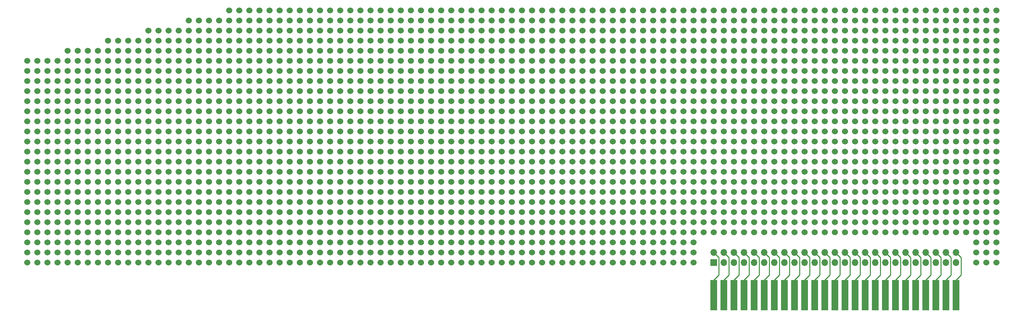
<source format=gbl>
G04 #@! TF.FileFunction,Copper,L2,Bot,Signal*
%FSLAX46Y46*%
G04 Gerber Fmt 4.6, Leading zero omitted, Abs format (unit mm)*
G04 Created by KiCad (PCBNEW 4.0.7) date 08/21/19 17:34:07*
%MOMM*%
%LPD*%
G01*
G04 APERTURE LIST*
%ADD10C,0.100000*%
%ADD11C,1.524000*%
%ADD12R,1.778000X7.620000*%
%ADD13R,1.700000X1.700000*%
%ADD14O,1.700000X1.700000*%
%ADD15C,0.250000*%
G04 APERTURE END LIST*
D10*
D11*
X174625000Y-128905000D03*
X174625000Y-126365000D03*
X174625000Y-123825000D03*
X174625000Y-121285000D03*
X174625000Y-118745000D03*
X174625000Y-116205000D03*
X174625000Y-113665000D03*
X174625000Y-111125000D03*
X174625000Y-108585000D03*
X174625000Y-106045000D03*
X174625000Y-103505000D03*
X174625000Y-100965000D03*
X174625000Y-98425000D03*
X174625000Y-95885000D03*
X174625000Y-93345000D03*
X174625000Y-90805000D03*
X174625000Y-88265000D03*
X174625000Y-85725000D03*
X174625000Y-83185000D03*
X174625000Y-80645000D03*
X174625000Y-78105000D03*
X174625000Y-75565000D03*
X174625000Y-73025000D03*
X174625000Y-70485000D03*
X174625000Y-67945000D03*
X174625000Y-65405000D03*
X179705000Y-128905000D03*
X179705000Y-126365000D03*
X179705000Y-123825000D03*
X179705000Y-121285000D03*
X179705000Y-118745000D03*
X179705000Y-116205000D03*
X179705000Y-113665000D03*
X179705000Y-111125000D03*
X179705000Y-108585000D03*
X179705000Y-106045000D03*
X179705000Y-103505000D03*
X179705000Y-100965000D03*
X179705000Y-98425000D03*
X179705000Y-95885000D03*
X179705000Y-93345000D03*
X179705000Y-90805000D03*
X179705000Y-88265000D03*
X179705000Y-85725000D03*
X179705000Y-83185000D03*
X179705000Y-80645000D03*
X179705000Y-78105000D03*
X179705000Y-75565000D03*
X179705000Y-73025000D03*
X179705000Y-70485000D03*
X179705000Y-67945000D03*
X179705000Y-65405000D03*
X182245000Y-128905000D03*
X182245000Y-126365000D03*
X182245000Y-123825000D03*
X182245000Y-121285000D03*
X182245000Y-118745000D03*
X182245000Y-116205000D03*
X182245000Y-113665000D03*
X182245000Y-111125000D03*
X182245000Y-108585000D03*
X182245000Y-106045000D03*
X182245000Y-103505000D03*
X182245000Y-100965000D03*
X182245000Y-98425000D03*
X182245000Y-95885000D03*
X182245000Y-93345000D03*
X182245000Y-90805000D03*
X182245000Y-88265000D03*
X182245000Y-85725000D03*
X182245000Y-83185000D03*
X182245000Y-80645000D03*
X182245000Y-78105000D03*
X182245000Y-75565000D03*
X182245000Y-73025000D03*
X182245000Y-70485000D03*
X182245000Y-67945000D03*
X182245000Y-65405000D03*
X177165000Y-128905000D03*
X177165000Y-126365000D03*
X177165000Y-123825000D03*
X177165000Y-121285000D03*
X177165000Y-118745000D03*
X177165000Y-116205000D03*
X177165000Y-113665000D03*
X177165000Y-111125000D03*
X177165000Y-108585000D03*
X177165000Y-106045000D03*
X177165000Y-103505000D03*
X177165000Y-100965000D03*
X177165000Y-98425000D03*
X177165000Y-95885000D03*
X177165000Y-93345000D03*
X177165000Y-90805000D03*
X177165000Y-88265000D03*
X177165000Y-85725000D03*
X177165000Y-83185000D03*
X177165000Y-80645000D03*
X177165000Y-78105000D03*
X177165000Y-75565000D03*
X177165000Y-73025000D03*
X177165000Y-70485000D03*
X177165000Y-67945000D03*
X177165000Y-65405000D03*
X184785000Y-128905000D03*
X184785000Y-126365000D03*
X184785000Y-123825000D03*
X184785000Y-121285000D03*
X184785000Y-118745000D03*
X184785000Y-116205000D03*
X184785000Y-113665000D03*
X184785000Y-111125000D03*
X184785000Y-108585000D03*
X184785000Y-106045000D03*
X184785000Y-103505000D03*
X184785000Y-100965000D03*
X184785000Y-98425000D03*
X184785000Y-95885000D03*
X184785000Y-93345000D03*
X184785000Y-90805000D03*
X184785000Y-88265000D03*
X184785000Y-85725000D03*
X184785000Y-83185000D03*
X184785000Y-80645000D03*
X184785000Y-78105000D03*
X184785000Y-75565000D03*
X184785000Y-73025000D03*
X184785000Y-70485000D03*
X184785000Y-67945000D03*
X184785000Y-65405000D03*
X187325000Y-128905000D03*
X187325000Y-126365000D03*
X187325000Y-123825000D03*
X187325000Y-121285000D03*
X187325000Y-118745000D03*
X187325000Y-116205000D03*
X187325000Y-113665000D03*
X187325000Y-111125000D03*
X187325000Y-108585000D03*
X187325000Y-106045000D03*
X187325000Y-103505000D03*
X187325000Y-100965000D03*
X187325000Y-98425000D03*
X187325000Y-95885000D03*
X187325000Y-93345000D03*
X187325000Y-90805000D03*
X187325000Y-88265000D03*
X187325000Y-85725000D03*
X187325000Y-83185000D03*
X187325000Y-80645000D03*
X187325000Y-78105000D03*
X187325000Y-75565000D03*
X187325000Y-73025000D03*
X187325000Y-70485000D03*
X187325000Y-67945000D03*
X187325000Y-65405000D03*
X189865000Y-128905000D03*
X189865000Y-126365000D03*
X189865000Y-123825000D03*
X189865000Y-121285000D03*
X189865000Y-118745000D03*
X189865000Y-116205000D03*
X189865000Y-113665000D03*
X189865000Y-111125000D03*
X189865000Y-108585000D03*
X189865000Y-106045000D03*
X189865000Y-103505000D03*
X189865000Y-100965000D03*
X189865000Y-98425000D03*
X189865000Y-95885000D03*
X189865000Y-93345000D03*
X189865000Y-90805000D03*
X189865000Y-88265000D03*
X189865000Y-85725000D03*
X189865000Y-83185000D03*
X189865000Y-80645000D03*
X189865000Y-78105000D03*
X189865000Y-75565000D03*
X189865000Y-73025000D03*
X189865000Y-70485000D03*
X189865000Y-67945000D03*
X189865000Y-65405000D03*
X192405000Y-128905000D03*
X192405000Y-126365000D03*
X192405000Y-123825000D03*
X192405000Y-121285000D03*
X192405000Y-118745000D03*
X192405000Y-116205000D03*
X192405000Y-113665000D03*
X192405000Y-111125000D03*
X192405000Y-108585000D03*
X192405000Y-106045000D03*
X192405000Y-103505000D03*
X192405000Y-100965000D03*
X192405000Y-98425000D03*
X192405000Y-95885000D03*
X192405000Y-93345000D03*
X192405000Y-90805000D03*
X192405000Y-88265000D03*
X192405000Y-85725000D03*
X192405000Y-83185000D03*
X192405000Y-80645000D03*
X192405000Y-78105000D03*
X192405000Y-75565000D03*
X192405000Y-73025000D03*
X192405000Y-70485000D03*
X192405000Y-67945000D03*
X192405000Y-65405000D03*
X194945000Y-121285000D03*
X194945000Y-118745000D03*
X194945000Y-116205000D03*
X194945000Y-113665000D03*
X194945000Y-111125000D03*
X194945000Y-108585000D03*
X194945000Y-106045000D03*
X194945000Y-103505000D03*
X194945000Y-100965000D03*
X194945000Y-98425000D03*
X194945000Y-95885000D03*
X194945000Y-93345000D03*
X194945000Y-90805000D03*
X194945000Y-88265000D03*
X194945000Y-85725000D03*
X194945000Y-83185000D03*
X194945000Y-80645000D03*
X194945000Y-78105000D03*
X194945000Y-75565000D03*
X194945000Y-73025000D03*
X194945000Y-70485000D03*
X194945000Y-67945000D03*
X194945000Y-65405000D03*
X197485000Y-121285000D03*
X197485000Y-118745000D03*
X197485000Y-116205000D03*
X197485000Y-113665000D03*
X197485000Y-111125000D03*
X197485000Y-108585000D03*
X197485000Y-106045000D03*
X197485000Y-103505000D03*
X197485000Y-100965000D03*
X197485000Y-98425000D03*
X197485000Y-95885000D03*
X197485000Y-93345000D03*
X197485000Y-90805000D03*
X197485000Y-88265000D03*
X197485000Y-85725000D03*
X197485000Y-83185000D03*
X197485000Y-80645000D03*
X197485000Y-78105000D03*
X197485000Y-75565000D03*
X197485000Y-73025000D03*
X197485000Y-70485000D03*
X197485000Y-67945000D03*
X197485000Y-65405000D03*
X200025000Y-121285000D03*
X200025000Y-118745000D03*
X200025000Y-116205000D03*
X200025000Y-113665000D03*
X200025000Y-111125000D03*
X200025000Y-108585000D03*
X200025000Y-106045000D03*
X200025000Y-103505000D03*
X200025000Y-100965000D03*
X200025000Y-98425000D03*
X200025000Y-95885000D03*
X200025000Y-93345000D03*
X200025000Y-90805000D03*
X200025000Y-88265000D03*
X200025000Y-85725000D03*
X200025000Y-83185000D03*
X200025000Y-80645000D03*
X200025000Y-78105000D03*
X200025000Y-75565000D03*
X200025000Y-73025000D03*
X200025000Y-70485000D03*
X200025000Y-67945000D03*
X200025000Y-65405000D03*
X202565000Y-121285000D03*
X202565000Y-118745000D03*
X202565000Y-116205000D03*
X202565000Y-113665000D03*
X202565000Y-111125000D03*
X202565000Y-108585000D03*
X202565000Y-106045000D03*
X202565000Y-103505000D03*
X202565000Y-100965000D03*
X202565000Y-98425000D03*
X202565000Y-95885000D03*
X202565000Y-93345000D03*
X202565000Y-90805000D03*
X202565000Y-88265000D03*
X202565000Y-85725000D03*
X202565000Y-83185000D03*
X202565000Y-80645000D03*
X202565000Y-78105000D03*
X202565000Y-75565000D03*
X202565000Y-73025000D03*
X202565000Y-70485000D03*
X202565000Y-67945000D03*
X202565000Y-65405000D03*
X205105000Y-121285000D03*
X205105000Y-118745000D03*
X205105000Y-116205000D03*
X205105000Y-113665000D03*
X205105000Y-111125000D03*
X205105000Y-108585000D03*
X205105000Y-106045000D03*
X205105000Y-103505000D03*
X205105000Y-100965000D03*
X205105000Y-98425000D03*
X205105000Y-95885000D03*
X205105000Y-93345000D03*
X205105000Y-90805000D03*
X205105000Y-88265000D03*
X205105000Y-85725000D03*
X205105000Y-83185000D03*
X205105000Y-80645000D03*
X205105000Y-78105000D03*
X205105000Y-75565000D03*
X205105000Y-73025000D03*
X205105000Y-70485000D03*
X205105000Y-67945000D03*
X205105000Y-65405000D03*
X207645000Y-121285000D03*
X207645000Y-118745000D03*
X207645000Y-116205000D03*
X207645000Y-113665000D03*
X207645000Y-111125000D03*
X207645000Y-108585000D03*
X207645000Y-106045000D03*
X207645000Y-103505000D03*
X207645000Y-100965000D03*
X207645000Y-98425000D03*
X207645000Y-95885000D03*
X207645000Y-93345000D03*
X207645000Y-90805000D03*
X207645000Y-88265000D03*
X207645000Y-85725000D03*
X207645000Y-83185000D03*
X207645000Y-80645000D03*
X207645000Y-78105000D03*
X207645000Y-75565000D03*
X207645000Y-73025000D03*
X207645000Y-70485000D03*
X207645000Y-67945000D03*
X207645000Y-65405000D03*
X210185000Y-121285000D03*
X210185000Y-118745000D03*
X210185000Y-116205000D03*
X210185000Y-113665000D03*
X210185000Y-111125000D03*
X210185000Y-108585000D03*
X210185000Y-106045000D03*
X210185000Y-103505000D03*
X210185000Y-100965000D03*
X210185000Y-98425000D03*
X210185000Y-95885000D03*
X210185000Y-93345000D03*
X210185000Y-90805000D03*
X210185000Y-88265000D03*
X210185000Y-85725000D03*
X210185000Y-83185000D03*
X210185000Y-80645000D03*
X210185000Y-78105000D03*
X210185000Y-75565000D03*
X210185000Y-73025000D03*
X210185000Y-70485000D03*
X210185000Y-67945000D03*
X210185000Y-65405000D03*
X212725000Y-121285000D03*
X212725000Y-118745000D03*
X212725000Y-116205000D03*
X212725000Y-113665000D03*
X212725000Y-111125000D03*
X212725000Y-108585000D03*
X212725000Y-106045000D03*
X212725000Y-103505000D03*
X212725000Y-100965000D03*
X212725000Y-98425000D03*
X212725000Y-95885000D03*
X212725000Y-93345000D03*
X212725000Y-90805000D03*
X212725000Y-88265000D03*
X212725000Y-85725000D03*
X212725000Y-83185000D03*
X212725000Y-80645000D03*
X212725000Y-78105000D03*
X212725000Y-75565000D03*
X212725000Y-73025000D03*
X212725000Y-70485000D03*
X212725000Y-67945000D03*
X212725000Y-65405000D03*
X215265000Y-121285000D03*
X215265000Y-118745000D03*
X215265000Y-116205000D03*
X215265000Y-113665000D03*
X215265000Y-111125000D03*
X215265000Y-108585000D03*
X215265000Y-106045000D03*
X215265000Y-103505000D03*
X215265000Y-100965000D03*
X215265000Y-98425000D03*
X215265000Y-95885000D03*
X215265000Y-93345000D03*
X215265000Y-90805000D03*
X215265000Y-88265000D03*
X215265000Y-85725000D03*
X215265000Y-83185000D03*
X215265000Y-80645000D03*
X215265000Y-78105000D03*
X215265000Y-75565000D03*
X215265000Y-73025000D03*
X215265000Y-70485000D03*
X215265000Y-67945000D03*
X215265000Y-65405000D03*
X217805000Y-121285000D03*
X217805000Y-118745000D03*
X217805000Y-116205000D03*
X217805000Y-113665000D03*
X217805000Y-111125000D03*
X217805000Y-108585000D03*
X217805000Y-106045000D03*
X217805000Y-103505000D03*
X217805000Y-100965000D03*
X217805000Y-98425000D03*
X217805000Y-95885000D03*
X217805000Y-93345000D03*
X217805000Y-90805000D03*
X217805000Y-88265000D03*
X217805000Y-85725000D03*
X217805000Y-83185000D03*
X217805000Y-80645000D03*
X217805000Y-78105000D03*
X217805000Y-75565000D03*
X217805000Y-73025000D03*
X217805000Y-70485000D03*
X217805000Y-67945000D03*
X217805000Y-65405000D03*
X220345000Y-121285000D03*
X220345000Y-118745000D03*
X220345000Y-116205000D03*
X220345000Y-113665000D03*
X220345000Y-111125000D03*
X220345000Y-108585000D03*
X220345000Y-106045000D03*
X220345000Y-103505000D03*
X220345000Y-100965000D03*
X220345000Y-98425000D03*
X220345000Y-95885000D03*
X220345000Y-93345000D03*
X220345000Y-90805000D03*
X220345000Y-88265000D03*
X220345000Y-85725000D03*
X220345000Y-83185000D03*
X220345000Y-80645000D03*
X220345000Y-78105000D03*
X220345000Y-75565000D03*
X220345000Y-73025000D03*
X220345000Y-70485000D03*
X220345000Y-67945000D03*
X220345000Y-65405000D03*
X222885000Y-121285000D03*
X222885000Y-118745000D03*
X222885000Y-116205000D03*
X222885000Y-113665000D03*
X222885000Y-111125000D03*
X222885000Y-108585000D03*
X222885000Y-106045000D03*
X222885000Y-103505000D03*
X222885000Y-100965000D03*
X222885000Y-98425000D03*
X222885000Y-95885000D03*
X222885000Y-93345000D03*
X222885000Y-90805000D03*
X222885000Y-88265000D03*
X222885000Y-85725000D03*
X222885000Y-83185000D03*
X222885000Y-80645000D03*
X222885000Y-78105000D03*
X222885000Y-75565000D03*
X222885000Y-73025000D03*
X222885000Y-70485000D03*
X222885000Y-67945000D03*
X222885000Y-65405000D03*
X225425000Y-121285000D03*
X225425000Y-118745000D03*
X225425000Y-116205000D03*
X225425000Y-113665000D03*
X225425000Y-111125000D03*
X225425000Y-108585000D03*
X225425000Y-106045000D03*
X225425000Y-103505000D03*
X225425000Y-100965000D03*
X225425000Y-98425000D03*
X225425000Y-95885000D03*
X225425000Y-93345000D03*
X225425000Y-90805000D03*
X225425000Y-88265000D03*
X225425000Y-85725000D03*
X225425000Y-83185000D03*
X225425000Y-80645000D03*
X225425000Y-78105000D03*
X225425000Y-75565000D03*
X225425000Y-73025000D03*
X225425000Y-70485000D03*
X225425000Y-67945000D03*
X225425000Y-65405000D03*
X227965000Y-121285000D03*
X227965000Y-118745000D03*
X227965000Y-116205000D03*
X227965000Y-113665000D03*
X227965000Y-111125000D03*
X227965000Y-108585000D03*
X227965000Y-106045000D03*
X227965000Y-103505000D03*
X227965000Y-100965000D03*
X227965000Y-98425000D03*
X227965000Y-95885000D03*
X227965000Y-93345000D03*
X227965000Y-90805000D03*
X227965000Y-88265000D03*
X227965000Y-85725000D03*
X227965000Y-83185000D03*
X227965000Y-80645000D03*
X227965000Y-78105000D03*
X227965000Y-75565000D03*
X227965000Y-73025000D03*
X227965000Y-70485000D03*
X227965000Y-67945000D03*
X227965000Y-65405000D03*
X230505000Y-121285000D03*
X230505000Y-118745000D03*
X230505000Y-116205000D03*
X230505000Y-113665000D03*
X230505000Y-111125000D03*
X230505000Y-108585000D03*
X230505000Y-106045000D03*
X230505000Y-103505000D03*
X230505000Y-100965000D03*
X230505000Y-98425000D03*
X230505000Y-95885000D03*
X230505000Y-93345000D03*
X230505000Y-90805000D03*
X230505000Y-88265000D03*
X230505000Y-85725000D03*
X230505000Y-83185000D03*
X230505000Y-80645000D03*
X230505000Y-78105000D03*
X230505000Y-75565000D03*
X230505000Y-73025000D03*
X230505000Y-70485000D03*
X230505000Y-67945000D03*
X230505000Y-65405000D03*
X233045000Y-121285000D03*
X233045000Y-118745000D03*
X233045000Y-116205000D03*
X233045000Y-113665000D03*
X233045000Y-111125000D03*
X233045000Y-108585000D03*
X233045000Y-106045000D03*
X233045000Y-103505000D03*
X233045000Y-100965000D03*
X233045000Y-98425000D03*
X233045000Y-95885000D03*
X233045000Y-93345000D03*
X233045000Y-90805000D03*
X233045000Y-88265000D03*
X233045000Y-85725000D03*
X233045000Y-83185000D03*
X233045000Y-80645000D03*
X233045000Y-78105000D03*
X233045000Y-75565000D03*
X233045000Y-73025000D03*
X233045000Y-70485000D03*
X233045000Y-67945000D03*
X233045000Y-65405000D03*
X235585000Y-121285000D03*
X235585000Y-118745000D03*
X235585000Y-116205000D03*
X235585000Y-113665000D03*
X235585000Y-111125000D03*
X235585000Y-108585000D03*
X235585000Y-106045000D03*
X235585000Y-103505000D03*
X235585000Y-100965000D03*
X235585000Y-98425000D03*
X235585000Y-95885000D03*
X235585000Y-93345000D03*
X235585000Y-90805000D03*
X235585000Y-88265000D03*
X235585000Y-85725000D03*
X235585000Y-83185000D03*
X235585000Y-80645000D03*
X235585000Y-78105000D03*
X235585000Y-75565000D03*
X235585000Y-73025000D03*
X235585000Y-70485000D03*
X235585000Y-67945000D03*
X235585000Y-65405000D03*
X238125000Y-121285000D03*
X238125000Y-118745000D03*
X238125000Y-116205000D03*
X238125000Y-113665000D03*
X238125000Y-111125000D03*
X238125000Y-108585000D03*
X238125000Y-106045000D03*
X238125000Y-103505000D03*
X238125000Y-100965000D03*
X238125000Y-98425000D03*
X238125000Y-95885000D03*
X238125000Y-93345000D03*
X238125000Y-90805000D03*
X238125000Y-88265000D03*
X238125000Y-85725000D03*
X238125000Y-83185000D03*
X238125000Y-80645000D03*
X238125000Y-78105000D03*
X238125000Y-75565000D03*
X238125000Y-73025000D03*
X238125000Y-70485000D03*
X238125000Y-67945000D03*
X238125000Y-65405000D03*
X240665000Y-121285000D03*
X240665000Y-118745000D03*
X240665000Y-116205000D03*
X240665000Y-113665000D03*
X240665000Y-111125000D03*
X240665000Y-108585000D03*
X240665000Y-106045000D03*
X240665000Y-103505000D03*
X240665000Y-100965000D03*
X240665000Y-98425000D03*
X240665000Y-95885000D03*
X240665000Y-93345000D03*
X240665000Y-90805000D03*
X240665000Y-88265000D03*
X240665000Y-85725000D03*
X240665000Y-83185000D03*
X240665000Y-80645000D03*
X240665000Y-78105000D03*
X240665000Y-75565000D03*
X240665000Y-73025000D03*
X240665000Y-70485000D03*
X240665000Y-67945000D03*
X240665000Y-65405000D03*
X243205000Y-121285000D03*
X243205000Y-118745000D03*
X243205000Y-116205000D03*
X243205000Y-113665000D03*
X243205000Y-111125000D03*
X243205000Y-108585000D03*
X243205000Y-106045000D03*
X243205000Y-103505000D03*
X243205000Y-100965000D03*
X243205000Y-98425000D03*
X243205000Y-95885000D03*
X243205000Y-93345000D03*
X243205000Y-90805000D03*
X243205000Y-88265000D03*
X243205000Y-85725000D03*
X243205000Y-83185000D03*
X243205000Y-80645000D03*
X243205000Y-78105000D03*
X243205000Y-75565000D03*
X243205000Y-73025000D03*
X243205000Y-70485000D03*
X243205000Y-67945000D03*
X243205000Y-65405000D03*
X245745000Y-121285000D03*
X245745000Y-118745000D03*
X245745000Y-116205000D03*
X245745000Y-113665000D03*
X245745000Y-111125000D03*
X245745000Y-108585000D03*
X245745000Y-106045000D03*
X245745000Y-103505000D03*
X245745000Y-100965000D03*
X245745000Y-98425000D03*
X245745000Y-95885000D03*
X245745000Y-93345000D03*
X245745000Y-90805000D03*
X245745000Y-88265000D03*
X245745000Y-85725000D03*
X245745000Y-83185000D03*
X245745000Y-80645000D03*
X245745000Y-78105000D03*
X245745000Y-75565000D03*
X245745000Y-73025000D03*
X245745000Y-70485000D03*
X245745000Y-67945000D03*
X245745000Y-65405000D03*
X248285000Y-121285000D03*
X248285000Y-118745000D03*
X248285000Y-116205000D03*
X248285000Y-113665000D03*
X248285000Y-111125000D03*
X248285000Y-108585000D03*
X248285000Y-106045000D03*
X248285000Y-103505000D03*
X248285000Y-100965000D03*
X248285000Y-98425000D03*
X248285000Y-95885000D03*
X248285000Y-93345000D03*
X248285000Y-90805000D03*
X248285000Y-88265000D03*
X248285000Y-85725000D03*
X248285000Y-83185000D03*
X248285000Y-80645000D03*
X248285000Y-78105000D03*
X248285000Y-75565000D03*
X248285000Y-73025000D03*
X248285000Y-70485000D03*
X248285000Y-67945000D03*
X248285000Y-65405000D03*
X250825000Y-121285000D03*
X250825000Y-118745000D03*
X250825000Y-116205000D03*
X250825000Y-113665000D03*
X250825000Y-111125000D03*
X250825000Y-108585000D03*
X250825000Y-106045000D03*
X250825000Y-103505000D03*
X250825000Y-100965000D03*
X250825000Y-98425000D03*
X250825000Y-95885000D03*
X250825000Y-93345000D03*
X250825000Y-90805000D03*
X250825000Y-88265000D03*
X250825000Y-85725000D03*
X250825000Y-83185000D03*
X250825000Y-80645000D03*
X250825000Y-78105000D03*
X250825000Y-75565000D03*
X250825000Y-73025000D03*
X250825000Y-70485000D03*
X250825000Y-67945000D03*
X250825000Y-65405000D03*
X253365000Y-121285000D03*
X253365000Y-118745000D03*
X253365000Y-116205000D03*
X253365000Y-113665000D03*
X253365000Y-111125000D03*
X253365000Y-108585000D03*
X253365000Y-106045000D03*
X253365000Y-103505000D03*
X253365000Y-100965000D03*
X253365000Y-98425000D03*
X253365000Y-95885000D03*
X253365000Y-93345000D03*
X253365000Y-90805000D03*
X253365000Y-88265000D03*
X253365000Y-85725000D03*
X253365000Y-83185000D03*
X253365000Y-80645000D03*
X253365000Y-78105000D03*
X253365000Y-75565000D03*
X253365000Y-73025000D03*
X253365000Y-70485000D03*
X253365000Y-67945000D03*
X253365000Y-65405000D03*
X255905000Y-121285000D03*
X255905000Y-118745000D03*
X255905000Y-116205000D03*
X255905000Y-113665000D03*
X255905000Y-111125000D03*
X255905000Y-108585000D03*
X255905000Y-106045000D03*
X255905000Y-103505000D03*
X255905000Y-100965000D03*
X255905000Y-98425000D03*
X255905000Y-95885000D03*
X255905000Y-93345000D03*
X255905000Y-90805000D03*
X255905000Y-88265000D03*
X255905000Y-85725000D03*
X255905000Y-83185000D03*
X255905000Y-80645000D03*
X255905000Y-78105000D03*
X255905000Y-75565000D03*
X255905000Y-73025000D03*
X255905000Y-70485000D03*
X255905000Y-67945000D03*
X255905000Y-65405000D03*
X258445000Y-121285000D03*
X258445000Y-118745000D03*
X258445000Y-116205000D03*
X258445000Y-113665000D03*
X258445000Y-111125000D03*
X258445000Y-108585000D03*
X258445000Y-106045000D03*
X258445000Y-103505000D03*
X258445000Y-100965000D03*
X258445000Y-98425000D03*
X258445000Y-95885000D03*
X258445000Y-93345000D03*
X258445000Y-90805000D03*
X258445000Y-88265000D03*
X258445000Y-85725000D03*
X258445000Y-83185000D03*
X258445000Y-80645000D03*
X258445000Y-78105000D03*
X258445000Y-75565000D03*
X258445000Y-73025000D03*
X258445000Y-70485000D03*
X258445000Y-67945000D03*
X258445000Y-65405000D03*
X260985000Y-121285000D03*
X260985000Y-118745000D03*
X260985000Y-116205000D03*
X260985000Y-113665000D03*
X260985000Y-111125000D03*
X260985000Y-108585000D03*
X260985000Y-106045000D03*
X260985000Y-103505000D03*
X260985000Y-100965000D03*
X260985000Y-98425000D03*
X260985000Y-95885000D03*
X260985000Y-93345000D03*
X260985000Y-90805000D03*
X260985000Y-88265000D03*
X260985000Y-85725000D03*
X260985000Y-83185000D03*
X260985000Y-80645000D03*
X260985000Y-78105000D03*
X260985000Y-75565000D03*
X260985000Y-73025000D03*
X260985000Y-70485000D03*
X260985000Y-67945000D03*
X260985000Y-65405000D03*
X263525000Y-128905000D03*
X263525000Y-126365000D03*
X263525000Y-123825000D03*
X263525000Y-121285000D03*
X263525000Y-118745000D03*
X263525000Y-116205000D03*
X263525000Y-113665000D03*
X263525000Y-111125000D03*
X263525000Y-108585000D03*
X263525000Y-106045000D03*
X263525000Y-103505000D03*
X263525000Y-100965000D03*
X263525000Y-98425000D03*
X263525000Y-95885000D03*
X263525000Y-93345000D03*
X263525000Y-90805000D03*
X263525000Y-88265000D03*
X263525000Y-85725000D03*
X263525000Y-83185000D03*
X263525000Y-80645000D03*
X263525000Y-78105000D03*
X263525000Y-75565000D03*
X263525000Y-73025000D03*
X263525000Y-70485000D03*
X263525000Y-67945000D03*
X263525000Y-65405000D03*
X266065000Y-128905000D03*
X266065000Y-126365000D03*
X266065000Y-123825000D03*
X266065000Y-121285000D03*
X266065000Y-118745000D03*
X266065000Y-116205000D03*
X266065000Y-113665000D03*
X266065000Y-111125000D03*
X266065000Y-108585000D03*
X266065000Y-106045000D03*
X266065000Y-103505000D03*
X266065000Y-100965000D03*
X266065000Y-98425000D03*
X266065000Y-95885000D03*
X266065000Y-93345000D03*
X266065000Y-90805000D03*
X266065000Y-88265000D03*
X266065000Y-85725000D03*
X266065000Y-83185000D03*
X266065000Y-80645000D03*
X266065000Y-78105000D03*
X266065000Y-75565000D03*
X266065000Y-73025000D03*
X266065000Y-70485000D03*
X266065000Y-67945000D03*
X266065000Y-65405000D03*
X268605000Y-128905000D03*
X268605000Y-126365000D03*
X268605000Y-123825000D03*
X268605000Y-121285000D03*
X268605000Y-118745000D03*
X268605000Y-116205000D03*
X268605000Y-113665000D03*
X268605000Y-111125000D03*
X268605000Y-108585000D03*
X268605000Y-106045000D03*
X268605000Y-103505000D03*
X268605000Y-100965000D03*
X268605000Y-98425000D03*
X268605000Y-95885000D03*
X268605000Y-93345000D03*
X268605000Y-90805000D03*
X268605000Y-88265000D03*
X268605000Y-85725000D03*
X268605000Y-83185000D03*
X268605000Y-80645000D03*
X268605000Y-78105000D03*
X268605000Y-75565000D03*
X268605000Y-73025000D03*
X268605000Y-70485000D03*
X268605000Y-67945000D03*
X268605000Y-65405000D03*
D12*
X197485000Y-137160000D03*
X200025000Y-137160000D03*
X202565000Y-137160000D03*
X205105000Y-137160000D03*
X207645000Y-137160000D03*
X210185000Y-137160000D03*
X212725000Y-137160000D03*
X215265000Y-137160000D03*
X217805000Y-137160000D03*
X220345000Y-137160000D03*
X222885000Y-137160000D03*
X225425000Y-137160000D03*
X227965000Y-137160000D03*
X230505000Y-137160000D03*
X233045000Y-137160000D03*
X235585000Y-137160000D03*
X238125000Y-137160000D03*
X240665000Y-137160000D03*
X243205000Y-137160000D03*
X245745000Y-137160000D03*
X248285000Y-137160000D03*
X250825000Y-137160000D03*
X253365000Y-137160000D03*
X255905000Y-137160000D03*
X258445000Y-137160000D03*
D11*
X172085000Y-128905000D03*
X172085000Y-126365000D03*
X172085000Y-123825000D03*
X172085000Y-121285000D03*
X172085000Y-118745000D03*
X172085000Y-116205000D03*
X172085000Y-113665000D03*
X172085000Y-111125000D03*
X172085000Y-108585000D03*
X172085000Y-106045000D03*
X172085000Y-103505000D03*
X172085000Y-100965000D03*
X172085000Y-98425000D03*
X172085000Y-95885000D03*
X172085000Y-93345000D03*
X172085000Y-90805000D03*
X172085000Y-88265000D03*
X172085000Y-85725000D03*
X172085000Y-83185000D03*
X172085000Y-80645000D03*
X172085000Y-78105000D03*
X172085000Y-75565000D03*
X172085000Y-73025000D03*
X172085000Y-70485000D03*
X172085000Y-67945000D03*
X172085000Y-65405000D03*
X169545000Y-128905000D03*
X169545000Y-126365000D03*
X169545000Y-123825000D03*
X169545000Y-121285000D03*
X169545000Y-118745000D03*
X169545000Y-116205000D03*
X169545000Y-113665000D03*
X169545000Y-111125000D03*
X169545000Y-108585000D03*
X169545000Y-106045000D03*
X169545000Y-103505000D03*
X169545000Y-100965000D03*
X169545000Y-98425000D03*
X169545000Y-95885000D03*
X169545000Y-93345000D03*
X169545000Y-90805000D03*
X169545000Y-88265000D03*
X169545000Y-85725000D03*
X169545000Y-83185000D03*
X169545000Y-80645000D03*
X169545000Y-78105000D03*
X169545000Y-75565000D03*
X169545000Y-73025000D03*
X169545000Y-70485000D03*
X169545000Y-67945000D03*
X169545000Y-65405000D03*
X167005000Y-128905000D03*
X167005000Y-126365000D03*
X167005000Y-123825000D03*
X167005000Y-121285000D03*
X167005000Y-118745000D03*
X167005000Y-116205000D03*
X167005000Y-113665000D03*
X167005000Y-111125000D03*
X167005000Y-108585000D03*
X167005000Y-106045000D03*
X167005000Y-103505000D03*
X167005000Y-100965000D03*
X167005000Y-98425000D03*
X167005000Y-95885000D03*
X167005000Y-93345000D03*
X167005000Y-90805000D03*
X167005000Y-88265000D03*
X167005000Y-85725000D03*
X167005000Y-83185000D03*
X167005000Y-80645000D03*
X167005000Y-78105000D03*
X167005000Y-75565000D03*
X167005000Y-73025000D03*
X167005000Y-70485000D03*
X167005000Y-67945000D03*
X167005000Y-65405000D03*
X164465000Y-128905000D03*
X164465000Y-126365000D03*
X164465000Y-123825000D03*
X164465000Y-121285000D03*
X164465000Y-118745000D03*
X164465000Y-116205000D03*
X164465000Y-113665000D03*
X164465000Y-111125000D03*
X164465000Y-108585000D03*
X164465000Y-106045000D03*
X164465000Y-103505000D03*
X164465000Y-100965000D03*
X164465000Y-98425000D03*
X164465000Y-95885000D03*
X164465000Y-93345000D03*
X164465000Y-90805000D03*
X164465000Y-88265000D03*
X164465000Y-85725000D03*
X164465000Y-83185000D03*
X164465000Y-80645000D03*
X164465000Y-78105000D03*
X164465000Y-75565000D03*
X164465000Y-73025000D03*
X164465000Y-70485000D03*
X164465000Y-67945000D03*
X164465000Y-65405000D03*
X161925000Y-128905000D03*
X161925000Y-126365000D03*
X161925000Y-123825000D03*
X161925000Y-121285000D03*
X161925000Y-118745000D03*
X161925000Y-116205000D03*
X161925000Y-113665000D03*
X161925000Y-111125000D03*
X161925000Y-108585000D03*
X161925000Y-106045000D03*
X161925000Y-103505000D03*
X161925000Y-100965000D03*
X161925000Y-98425000D03*
X161925000Y-95885000D03*
X161925000Y-93345000D03*
X161925000Y-90805000D03*
X161925000Y-88265000D03*
X161925000Y-85725000D03*
X161925000Y-83185000D03*
X161925000Y-80645000D03*
X161925000Y-78105000D03*
X161925000Y-75565000D03*
X161925000Y-73025000D03*
X161925000Y-70485000D03*
X161925000Y-67945000D03*
X161925000Y-65405000D03*
X159385000Y-128905000D03*
X159385000Y-126365000D03*
X159385000Y-123825000D03*
X159385000Y-121285000D03*
X159385000Y-118745000D03*
X159385000Y-116205000D03*
X159385000Y-113665000D03*
X159385000Y-111125000D03*
X159385000Y-108585000D03*
X159385000Y-106045000D03*
X159385000Y-103505000D03*
X159385000Y-100965000D03*
X159385000Y-98425000D03*
X159385000Y-95885000D03*
X159385000Y-93345000D03*
X159385000Y-90805000D03*
X159385000Y-88265000D03*
X159385000Y-85725000D03*
X159385000Y-83185000D03*
X159385000Y-80645000D03*
X159385000Y-78105000D03*
X159385000Y-75565000D03*
X159385000Y-73025000D03*
X159385000Y-70485000D03*
X159385000Y-67945000D03*
X159385000Y-65405000D03*
X156845000Y-128905000D03*
X156845000Y-126365000D03*
X156845000Y-123825000D03*
X156845000Y-121285000D03*
X156845000Y-118745000D03*
X156845000Y-116205000D03*
X156845000Y-113665000D03*
X156845000Y-111125000D03*
X156845000Y-108585000D03*
X156845000Y-106045000D03*
X156845000Y-103505000D03*
X156845000Y-100965000D03*
X156845000Y-98425000D03*
X156845000Y-95885000D03*
X156845000Y-93345000D03*
X156845000Y-90805000D03*
X156845000Y-88265000D03*
X156845000Y-85725000D03*
X156845000Y-83185000D03*
X156845000Y-80645000D03*
X156845000Y-78105000D03*
X156845000Y-75565000D03*
X156845000Y-73025000D03*
X156845000Y-70485000D03*
X156845000Y-67945000D03*
X156845000Y-65405000D03*
X154305000Y-128905000D03*
X154305000Y-126365000D03*
X154305000Y-123825000D03*
X154305000Y-121285000D03*
X154305000Y-118745000D03*
X154305000Y-116205000D03*
X154305000Y-113665000D03*
X154305000Y-111125000D03*
X154305000Y-108585000D03*
X154305000Y-106045000D03*
X154305000Y-103505000D03*
X154305000Y-100965000D03*
X154305000Y-98425000D03*
X154305000Y-95885000D03*
X154305000Y-93345000D03*
X154305000Y-90805000D03*
X154305000Y-88265000D03*
X154305000Y-85725000D03*
X154305000Y-83185000D03*
X154305000Y-80645000D03*
X154305000Y-78105000D03*
X154305000Y-75565000D03*
X154305000Y-73025000D03*
X154305000Y-70485000D03*
X154305000Y-67945000D03*
X154305000Y-65405000D03*
X151765000Y-128905000D03*
X151765000Y-126365000D03*
X151765000Y-123825000D03*
X151765000Y-121285000D03*
X151765000Y-118745000D03*
X151765000Y-116205000D03*
X151765000Y-113665000D03*
X151765000Y-111125000D03*
X151765000Y-108585000D03*
X151765000Y-106045000D03*
X151765000Y-103505000D03*
X151765000Y-100965000D03*
X151765000Y-98425000D03*
X151765000Y-95885000D03*
X151765000Y-93345000D03*
X151765000Y-90805000D03*
X151765000Y-88265000D03*
X151765000Y-85725000D03*
X151765000Y-83185000D03*
X151765000Y-80645000D03*
X151765000Y-78105000D03*
X151765000Y-75565000D03*
X151765000Y-73025000D03*
X151765000Y-70485000D03*
X151765000Y-67945000D03*
X151765000Y-65405000D03*
X149225000Y-128905000D03*
X149225000Y-126365000D03*
X149225000Y-123825000D03*
X149225000Y-121285000D03*
X149225000Y-118745000D03*
X149225000Y-116205000D03*
X149225000Y-113665000D03*
X149225000Y-111125000D03*
X149225000Y-108585000D03*
X149225000Y-106045000D03*
X149225000Y-103505000D03*
X149225000Y-100965000D03*
X149225000Y-98425000D03*
X149225000Y-95885000D03*
X149225000Y-93345000D03*
X149225000Y-90805000D03*
X149225000Y-88265000D03*
X149225000Y-85725000D03*
X149225000Y-83185000D03*
X149225000Y-80645000D03*
X149225000Y-78105000D03*
X149225000Y-75565000D03*
X149225000Y-73025000D03*
X149225000Y-70485000D03*
X149225000Y-67945000D03*
X149225000Y-65405000D03*
X146685000Y-128905000D03*
X146685000Y-126365000D03*
X146685000Y-123825000D03*
X146685000Y-121285000D03*
X146685000Y-118745000D03*
X146685000Y-116205000D03*
X146685000Y-113665000D03*
X146685000Y-111125000D03*
X146685000Y-108585000D03*
X146685000Y-106045000D03*
X146685000Y-103505000D03*
X146685000Y-100965000D03*
X146685000Y-98425000D03*
X146685000Y-95885000D03*
X146685000Y-93345000D03*
X146685000Y-90805000D03*
X146685000Y-88265000D03*
X146685000Y-85725000D03*
X146685000Y-83185000D03*
X146685000Y-80645000D03*
X146685000Y-78105000D03*
X146685000Y-75565000D03*
X146685000Y-73025000D03*
X146685000Y-70485000D03*
X146685000Y-67945000D03*
X146685000Y-65405000D03*
X144145000Y-128905000D03*
X144145000Y-126365000D03*
X144145000Y-123825000D03*
X144145000Y-121285000D03*
X144145000Y-118745000D03*
X144145000Y-116205000D03*
X144145000Y-113665000D03*
X144145000Y-111125000D03*
X144145000Y-108585000D03*
X144145000Y-106045000D03*
X144145000Y-103505000D03*
X144145000Y-100965000D03*
X144145000Y-98425000D03*
X144145000Y-95885000D03*
X144145000Y-93345000D03*
X144145000Y-90805000D03*
X144145000Y-88265000D03*
X144145000Y-85725000D03*
X144145000Y-83185000D03*
X144145000Y-80645000D03*
X144145000Y-78105000D03*
X144145000Y-75565000D03*
X144145000Y-73025000D03*
X144145000Y-70485000D03*
X144145000Y-67945000D03*
X144145000Y-65405000D03*
X141605000Y-128905000D03*
X141605000Y-126365000D03*
X141605000Y-123825000D03*
X141605000Y-121285000D03*
X141605000Y-118745000D03*
X141605000Y-116205000D03*
X141605000Y-113665000D03*
X141605000Y-111125000D03*
X141605000Y-108585000D03*
X141605000Y-106045000D03*
X141605000Y-103505000D03*
X141605000Y-100965000D03*
X141605000Y-98425000D03*
X141605000Y-95885000D03*
X141605000Y-93345000D03*
X141605000Y-90805000D03*
X141605000Y-88265000D03*
X141605000Y-85725000D03*
X141605000Y-83185000D03*
X141605000Y-80645000D03*
X141605000Y-78105000D03*
X141605000Y-75565000D03*
X141605000Y-73025000D03*
X141605000Y-70485000D03*
X141605000Y-67945000D03*
X141605000Y-65405000D03*
X139065000Y-128905000D03*
X139065000Y-126365000D03*
X139065000Y-123825000D03*
X139065000Y-121285000D03*
X139065000Y-118745000D03*
X139065000Y-116205000D03*
X139065000Y-113665000D03*
X139065000Y-111125000D03*
X139065000Y-108585000D03*
X139065000Y-106045000D03*
X139065000Y-103505000D03*
X139065000Y-100965000D03*
X139065000Y-98425000D03*
X139065000Y-95885000D03*
X139065000Y-93345000D03*
X139065000Y-90805000D03*
X139065000Y-88265000D03*
X139065000Y-85725000D03*
X139065000Y-83185000D03*
X139065000Y-80645000D03*
X139065000Y-78105000D03*
X139065000Y-75565000D03*
X139065000Y-73025000D03*
X139065000Y-70485000D03*
X139065000Y-67945000D03*
X139065000Y-65405000D03*
X136525000Y-128905000D03*
X136525000Y-126365000D03*
X136525000Y-123825000D03*
X136525000Y-121285000D03*
X136525000Y-118745000D03*
X136525000Y-116205000D03*
X136525000Y-113665000D03*
X136525000Y-111125000D03*
X136525000Y-108585000D03*
X136525000Y-106045000D03*
X136525000Y-103505000D03*
X136525000Y-100965000D03*
X136525000Y-98425000D03*
X136525000Y-95885000D03*
X136525000Y-93345000D03*
X136525000Y-90805000D03*
X136525000Y-88265000D03*
X136525000Y-85725000D03*
X136525000Y-83185000D03*
X136525000Y-80645000D03*
X136525000Y-78105000D03*
X136525000Y-75565000D03*
X136525000Y-73025000D03*
X136525000Y-70485000D03*
X136525000Y-67945000D03*
X136525000Y-65405000D03*
X133985000Y-128905000D03*
X133985000Y-126365000D03*
X133985000Y-123825000D03*
X133985000Y-121285000D03*
X133985000Y-118745000D03*
X133985000Y-116205000D03*
X133985000Y-113665000D03*
X133985000Y-111125000D03*
X133985000Y-108585000D03*
X133985000Y-106045000D03*
X133985000Y-103505000D03*
X133985000Y-100965000D03*
X133985000Y-98425000D03*
X133985000Y-95885000D03*
X133985000Y-93345000D03*
X133985000Y-90805000D03*
X133985000Y-88265000D03*
X133985000Y-85725000D03*
X133985000Y-83185000D03*
X133985000Y-80645000D03*
X133985000Y-78105000D03*
X133985000Y-75565000D03*
X133985000Y-73025000D03*
X133985000Y-70485000D03*
X133985000Y-67945000D03*
X133985000Y-65405000D03*
X131445000Y-128905000D03*
X131445000Y-126365000D03*
X131445000Y-123825000D03*
X131445000Y-121285000D03*
X131445000Y-118745000D03*
X131445000Y-116205000D03*
X131445000Y-113665000D03*
X131445000Y-111125000D03*
X131445000Y-108585000D03*
X131445000Y-106045000D03*
X131445000Y-103505000D03*
X131445000Y-100965000D03*
X131445000Y-98425000D03*
X131445000Y-95885000D03*
X131445000Y-93345000D03*
X131445000Y-90805000D03*
X131445000Y-88265000D03*
X131445000Y-85725000D03*
X131445000Y-83185000D03*
X131445000Y-80645000D03*
X131445000Y-78105000D03*
X131445000Y-75565000D03*
X131445000Y-73025000D03*
X131445000Y-70485000D03*
X131445000Y-67945000D03*
X131445000Y-65405000D03*
X128905000Y-128905000D03*
X128905000Y-126365000D03*
X128905000Y-123825000D03*
X128905000Y-121285000D03*
X128905000Y-118745000D03*
X128905000Y-116205000D03*
X128905000Y-113665000D03*
X128905000Y-111125000D03*
X128905000Y-108585000D03*
X128905000Y-106045000D03*
X128905000Y-103505000D03*
X128905000Y-100965000D03*
X128905000Y-98425000D03*
X128905000Y-95885000D03*
X128905000Y-93345000D03*
X128905000Y-90805000D03*
X128905000Y-88265000D03*
X128905000Y-85725000D03*
X128905000Y-83185000D03*
X128905000Y-80645000D03*
X128905000Y-78105000D03*
X128905000Y-75565000D03*
X128905000Y-73025000D03*
X128905000Y-70485000D03*
X128905000Y-67945000D03*
X128905000Y-65405000D03*
X126365000Y-128905000D03*
X126365000Y-126365000D03*
X126365000Y-123825000D03*
X126365000Y-121285000D03*
X126365000Y-118745000D03*
X126365000Y-116205000D03*
X126365000Y-113665000D03*
X126365000Y-111125000D03*
X126365000Y-108585000D03*
X126365000Y-106045000D03*
X126365000Y-103505000D03*
X126365000Y-100965000D03*
X126365000Y-98425000D03*
X126365000Y-95885000D03*
X126365000Y-93345000D03*
X126365000Y-90805000D03*
X126365000Y-88265000D03*
X126365000Y-85725000D03*
X126365000Y-83185000D03*
X126365000Y-80645000D03*
X126365000Y-78105000D03*
X126365000Y-75565000D03*
X126365000Y-73025000D03*
X126365000Y-70485000D03*
X126365000Y-67945000D03*
X126365000Y-65405000D03*
X123825000Y-128905000D03*
X123825000Y-126365000D03*
X123825000Y-123825000D03*
X123825000Y-121285000D03*
X123825000Y-118745000D03*
X123825000Y-116205000D03*
X123825000Y-113665000D03*
X123825000Y-111125000D03*
X123825000Y-108585000D03*
X123825000Y-106045000D03*
X123825000Y-103505000D03*
X123825000Y-100965000D03*
X123825000Y-98425000D03*
X123825000Y-95885000D03*
X123825000Y-93345000D03*
X123825000Y-90805000D03*
X123825000Y-88265000D03*
X123825000Y-85725000D03*
X123825000Y-83185000D03*
X123825000Y-80645000D03*
X123825000Y-78105000D03*
X123825000Y-75565000D03*
X123825000Y-73025000D03*
X123825000Y-70485000D03*
X123825000Y-67945000D03*
X123825000Y-65405000D03*
X121285000Y-128905000D03*
X121285000Y-126365000D03*
X121285000Y-123825000D03*
X121285000Y-121285000D03*
X121285000Y-118745000D03*
X121285000Y-116205000D03*
X121285000Y-113665000D03*
X121285000Y-111125000D03*
X121285000Y-108585000D03*
X121285000Y-106045000D03*
X121285000Y-103505000D03*
X121285000Y-100965000D03*
X121285000Y-98425000D03*
X121285000Y-95885000D03*
X121285000Y-93345000D03*
X121285000Y-90805000D03*
X121285000Y-88265000D03*
X121285000Y-85725000D03*
X121285000Y-83185000D03*
X121285000Y-80645000D03*
X121285000Y-78105000D03*
X121285000Y-75565000D03*
X121285000Y-73025000D03*
X121285000Y-70485000D03*
X121285000Y-67945000D03*
X121285000Y-65405000D03*
X118745000Y-128905000D03*
X118745000Y-126365000D03*
X118745000Y-123825000D03*
X118745000Y-121285000D03*
X118745000Y-118745000D03*
X118745000Y-116205000D03*
X118745000Y-113665000D03*
X118745000Y-111125000D03*
X118745000Y-108585000D03*
X118745000Y-106045000D03*
X118745000Y-103505000D03*
X118745000Y-100965000D03*
X118745000Y-98425000D03*
X118745000Y-95885000D03*
X118745000Y-93345000D03*
X118745000Y-90805000D03*
X118745000Y-88265000D03*
X118745000Y-85725000D03*
X118745000Y-83185000D03*
X118745000Y-80645000D03*
X118745000Y-78105000D03*
X118745000Y-75565000D03*
X118745000Y-73025000D03*
X118745000Y-70485000D03*
X118745000Y-67945000D03*
X118745000Y-65405000D03*
X103505000Y-128905000D03*
X103505000Y-126365000D03*
X103505000Y-123825000D03*
X103505000Y-121285000D03*
X103505000Y-118745000D03*
X103505000Y-116205000D03*
X103505000Y-113665000D03*
X103505000Y-111125000D03*
X103505000Y-108585000D03*
X103505000Y-106045000D03*
X103505000Y-103505000D03*
X103505000Y-100965000D03*
X103505000Y-98425000D03*
X103505000Y-95885000D03*
X103505000Y-93345000D03*
X103505000Y-90805000D03*
X103505000Y-88265000D03*
X103505000Y-85725000D03*
X103505000Y-83185000D03*
X103505000Y-80645000D03*
X103505000Y-78105000D03*
X103505000Y-75565000D03*
X103505000Y-73025000D03*
X103505000Y-70485000D03*
X103505000Y-67945000D03*
X103505000Y-65405000D03*
X100965000Y-128905000D03*
X100965000Y-126365000D03*
X100965000Y-123825000D03*
X100965000Y-121285000D03*
X100965000Y-118745000D03*
X100965000Y-116205000D03*
X100965000Y-113665000D03*
X100965000Y-111125000D03*
X100965000Y-108585000D03*
X100965000Y-106045000D03*
X100965000Y-103505000D03*
X100965000Y-100965000D03*
X100965000Y-98425000D03*
X100965000Y-95885000D03*
X100965000Y-93345000D03*
X100965000Y-90805000D03*
X100965000Y-88265000D03*
X100965000Y-85725000D03*
X100965000Y-83185000D03*
X100965000Y-80645000D03*
X100965000Y-78105000D03*
X100965000Y-75565000D03*
X100965000Y-73025000D03*
X100965000Y-70485000D03*
X100965000Y-67945000D03*
X100965000Y-65405000D03*
X98425000Y-128905000D03*
X98425000Y-126365000D03*
X98425000Y-123825000D03*
X98425000Y-121285000D03*
X98425000Y-118745000D03*
X98425000Y-116205000D03*
X98425000Y-113665000D03*
X98425000Y-111125000D03*
X98425000Y-108585000D03*
X98425000Y-106045000D03*
X98425000Y-103505000D03*
X98425000Y-100965000D03*
X98425000Y-98425000D03*
X98425000Y-95885000D03*
X98425000Y-93345000D03*
X98425000Y-90805000D03*
X98425000Y-88265000D03*
X98425000Y-85725000D03*
X98425000Y-83185000D03*
X98425000Y-80645000D03*
X98425000Y-78105000D03*
X98425000Y-75565000D03*
X98425000Y-73025000D03*
X98425000Y-70485000D03*
X98425000Y-67945000D03*
X98425000Y-65405000D03*
X95885000Y-128905000D03*
X95885000Y-126365000D03*
X95885000Y-123825000D03*
X95885000Y-121285000D03*
X95885000Y-118745000D03*
X95885000Y-116205000D03*
X95885000Y-113665000D03*
X95885000Y-111125000D03*
X95885000Y-108585000D03*
X95885000Y-106045000D03*
X95885000Y-103505000D03*
X95885000Y-100965000D03*
X95885000Y-98425000D03*
X95885000Y-95885000D03*
X95885000Y-93345000D03*
X95885000Y-90805000D03*
X95885000Y-88265000D03*
X95885000Y-85725000D03*
X95885000Y-83185000D03*
X95885000Y-80645000D03*
X95885000Y-78105000D03*
X95885000Y-75565000D03*
X95885000Y-73025000D03*
X95885000Y-70485000D03*
X95885000Y-67945000D03*
X95885000Y-65405000D03*
X93345000Y-128905000D03*
X93345000Y-126365000D03*
X93345000Y-123825000D03*
X93345000Y-121285000D03*
X93345000Y-118745000D03*
X93345000Y-116205000D03*
X93345000Y-113665000D03*
X93345000Y-111125000D03*
X93345000Y-108585000D03*
X93345000Y-106045000D03*
X93345000Y-103505000D03*
X93345000Y-100965000D03*
X93345000Y-98425000D03*
X93345000Y-95885000D03*
X93345000Y-93345000D03*
X93345000Y-90805000D03*
X93345000Y-88265000D03*
X93345000Y-85725000D03*
X93345000Y-83185000D03*
X93345000Y-80645000D03*
X93345000Y-78105000D03*
X93345000Y-75565000D03*
X93345000Y-73025000D03*
X93345000Y-70485000D03*
X93345000Y-67945000D03*
X93345000Y-65405000D03*
X90805000Y-128905000D03*
X90805000Y-126365000D03*
X90805000Y-123825000D03*
X90805000Y-121285000D03*
X90805000Y-118745000D03*
X90805000Y-116205000D03*
X90805000Y-113665000D03*
X90805000Y-111125000D03*
X90805000Y-108585000D03*
X90805000Y-106045000D03*
X90805000Y-103505000D03*
X90805000Y-100965000D03*
X90805000Y-98425000D03*
X90805000Y-95885000D03*
X90805000Y-93345000D03*
X90805000Y-90805000D03*
X90805000Y-88265000D03*
X90805000Y-85725000D03*
X90805000Y-83185000D03*
X90805000Y-80645000D03*
X90805000Y-78105000D03*
X90805000Y-75565000D03*
X90805000Y-73025000D03*
X90805000Y-70485000D03*
X90805000Y-67945000D03*
X90805000Y-65405000D03*
X88265000Y-128905000D03*
X88265000Y-126365000D03*
X88265000Y-123825000D03*
X88265000Y-121285000D03*
X88265000Y-118745000D03*
X88265000Y-116205000D03*
X88265000Y-113665000D03*
X88265000Y-111125000D03*
X88265000Y-108585000D03*
X88265000Y-106045000D03*
X88265000Y-103505000D03*
X88265000Y-100965000D03*
X88265000Y-98425000D03*
X88265000Y-95885000D03*
X88265000Y-93345000D03*
X88265000Y-90805000D03*
X88265000Y-88265000D03*
X88265000Y-85725000D03*
X88265000Y-83185000D03*
X88265000Y-80645000D03*
X88265000Y-78105000D03*
X88265000Y-75565000D03*
X88265000Y-73025000D03*
X88265000Y-70485000D03*
X88265000Y-67945000D03*
X88265000Y-65405000D03*
X85725000Y-128905000D03*
X85725000Y-126365000D03*
X85725000Y-123825000D03*
X85725000Y-121285000D03*
X85725000Y-118745000D03*
X85725000Y-116205000D03*
X85725000Y-113665000D03*
X85725000Y-111125000D03*
X85725000Y-108585000D03*
X85725000Y-106045000D03*
X85725000Y-103505000D03*
X85725000Y-100965000D03*
X85725000Y-98425000D03*
X85725000Y-95885000D03*
X85725000Y-93345000D03*
X85725000Y-90805000D03*
X85725000Y-88265000D03*
X85725000Y-85725000D03*
X85725000Y-83185000D03*
X85725000Y-80645000D03*
X85725000Y-78105000D03*
X85725000Y-75565000D03*
X85725000Y-73025000D03*
X85725000Y-70485000D03*
X85725000Y-67945000D03*
X85725000Y-65405000D03*
X83185000Y-128905000D03*
X83185000Y-126365000D03*
X83185000Y-123825000D03*
X83185000Y-121285000D03*
X83185000Y-118745000D03*
X83185000Y-116205000D03*
X83185000Y-113665000D03*
X83185000Y-111125000D03*
X83185000Y-108585000D03*
X83185000Y-106045000D03*
X83185000Y-103505000D03*
X83185000Y-100965000D03*
X83185000Y-98425000D03*
X83185000Y-95885000D03*
X83185000Y-93345000D03*
X83185000Y-90805000D03*
X83185000Y-88265000D03*
X83185000Y-85725000D03*
X83185000Y-83185000D03*
X83185000Y-80645000D03*
X83185000Y-78105000D03*
X83185000Y-75565000D03*
X83185000Y-73025000D03*
X83185000Y-70485000D03*
X83185000Y-67945000D03*
X83185000Y-65405000D03*
X80645000Y-128905000D03*
X80645000Y-126365000D03*
X80645000Y-123825000D03*
X80645000Y-121285000D03*
X80645000Y-118745000D03*
X80645000Y-116205000D03*
X80645000Y-113665000D03*
X80645000Y-111125000D03*
X80645000Y-108585000D03*
X80645000Y-106045000D03*
X80645000Y-103505000D03*
X80645000Y-100965000D03*
X80645000Y-98425000D03*
X80645000Y-95885000D03*
X80645000Y-93345000D03*
X80645000Y-90805000D03*
X80645000Y-88265000D03*
X80645000Y-85725000D03*
X80645000Y-83185000D03*
X80645000Y-80645000D03*
X80645000Y-78105000D03*
X80645000Y-75565000D03*
X80645000Y-73025000D03*
X80645000Y-70485000D03*
X80645000Y-67945000D03*
X80645000Y-65405000D03*
X78105000Y-128905000D03*
X78105000Y-126365000D03*
X78105000Y-123825000D03*
X78105000Y-121285000D03*
X78105000Y-118745000D03*
X78105000Y-116205000D03*
X78105000Y-113665000D03*
X78105000Y-111125000D03*
X78105000Y-108585000D03*
X78105000Y-106045000D03*
X78105000Y-103505000D03*
X78105000Y-100965000D03*
X78105000Y-98425000D03*
X78105000Y-95885000D03*
X78105000Y-93345000D03*
X78105000Y-90805000D03*
X78105000Y-88265000D03*
X78105000Y-85725000D03*
X78105000Y-83185000D03*
X78105000Y-80645000D03*
X78105000Y-78105000D03*
X78105000Y-75565000D03*
X78105000Y-73025000D03*
X78105000Y-70485000D03*
X78105000Y-67945000D03*
X78105000Y-65405000D03*
X75565000Y-128905000D03*
X75565000Y-126365000D03*
X75565000Y-123825000D03*
X75565000Y-121285000D03*
X75565000Y-118745000D03*
X75565000Y-116205000D03*
X75565000Y-113665000D03*
X75565000Y-111125000D03*
X75565000Y-108585000D03*
X75565000Y-106045000D03*
X75565000Y-103505000D03*
X75565000Y-100965000D03*
X75565000Y-98425000D03*
X75565000Y-95885000D03*
X75565000Y-93345000D03*
X75565000Y-90805000D03*
X75565000Y-88265000D03*
X75565000Y-85725000D03*
X75565000Y-83185000D03*
X75565000Y-80645000D03*
X75565000Y-78105000D03*
X75565000Y-75565000D03*
X75565000Y-73025000D03*
X75565000Y-70485000D03*
X75565000Y-67945000D03*
X75565000Y-65405000D03*
X116205000Y-128905000D03*
X116205000Y-126365000D03*
X116205000Y-123825000D03*
X116205000Y-121285000D03*
X116205000Y-118745000D03*
X116205000Y-116205000D03*
X116205000Y-113665000D03*
X116205000Y-111125000D03*
X116205000Y-108585000D03*
X116205000Y-106045000D03*
X116205000Y-103505000D03*
X116205000Y-100965000D03*
X116205000Y-98425000D03*
X116205000Y-95885000D03*
X116205000Y-93345000D03*
X116205000Y-90805000D03*
X116205000Y-88265000D03*
X116205000Y-85725000D03*
X116205000Y-83185000D03*
X116205000Y-80645000D03*
X116205000Y-78105000D03*
X116205000Y-75565000D03*
X116205000Y-73025000D03*
X116205000Y-70485000D03*
X116205000Y-67945000D03*
X116205000Y-65405000D03*
X113665000Y-128905000D03*
X113665000Y-126365000D03*
X113665000Y-123825000D03*
X113665000Y-121285000D03*
X113665000Y-118745000D03*
X113665000Y-116205000D03*
X113665000Y-113665000D03*
X113665000Y-111125000D03*
X113665000Y-108585000D03*
X113665000Y-106045000D03*
X113665000Y-103505000D03*
X113665000Y-100965000D03*
X113665000Y-98425000D03*
X113665000Y-95885000D03*
X113665000Y-93345000D03*
X113665000Y-90805000D03*
X113665000Y-88265000D03*
X113665000Y-85725000D03*
X113665000Y-83185000D03*
X113665000Y-80645000D03*
X113665000Y-78105000D03*
X113665000Y-75565000D03*
X113665000Y-73025000D03*
X113665000Y-70485000D03*
X113665000Y-67945000D03*
X113665000Y-65405000D03*
X111125000Y-128905000D03*
X111125000Y-126365000D03*
X111125000Y-123825000D03*
X111125000Y-121285000D03*
X111125000Y-118745000D03*
X111125000Y-116205000D03*
X111125000Y-113665000D03*
X111125000Y-111125000D03*
X111125000Y-108585000D03*
X111125000Y-106045000D03*
X111125000Y-103505000D03*
X111125000Y-100965000D03*
X111125000Y-98425000D03*
X111125000Y-95885000D03*
X111125000Y-93345000D03*
X111125000Y-90805000D03*
X111125000Y-88265000D03*
X111125000Y-85725000D03*
X111125000Y-83185000D03*
X111125000Y-80645000D03*
X111125000Y-78105000D03*
X111125000Y-75565000D03*
X111125000Y-73025000D03*
X111125000Y-70485000D03*
X111125000Y-67945000D03*
X111125000Y-65405000D03*
X108585000Y-128905000D03*
X108585000Y-126365000D03*
X108585000Y-123825000D03*
X108585000Y-121285000D03*
X108585000Y-118745000D03*
X108585000Y-116205000D03*
X108585000Y-113665000D03*
X108585000Y-111125000D03*
X108585000Y-108585000D03*
X108585000Y-106045000D03*
X108585000Y-103505000D03*
X108585000Y-100965000D03*
X108585000Y-98425000D03*
X108585000Y-95885000D03*
X108585000Y-93345000D03*
X108585000Y-90805000D03*
X108585000Y-88265000D03*
X108585000Y-85725000D03*
X108585000Y-83185000D03*
X108585000Y-80645000D03*
X108585000Y-78105000D03*
X108585000Y-75565000D03*
X108585000Y-73025000D03*
X108585000Y-70485000D03*
X108585000Y-67945000D03*
X108585000Y-65405000D03*
X106045000Y-128905000D03*
X106045000Y-126365000D03*
X106045000Y-123825000D03*
X106045000Y-121285000D03*
X106045000Y-118745000D03*
X106045000Y-116205000D03*
X106045000Y-113665000D03*
X106045000Y-111125000D03*
X106045000Y-108585000D03*
X106045000Y-106045000D03*
X106045000Y-103505000D03*
X106045000Y-100965000D03*
X106045000Y-98425000D03*
X106045000Y-95885000D03*
X106045000Y-93345000D03*
X106045000Y-90805000D03*
X106045000Y-88265000D03*
X106045000Y-85725000D03*
X106045000Y-83185000D03*
X106045000Y-80645000D03*
X106045000Y-78105000D03*
X106045000Y-75565000D03*
X106045000Y-73025000D03*
X106045000Y-70485000D03*
X106045000Y-67945000D03*
X106045000Y-65405000D03*
X62865000Y-128905000D03*
X62865000Y-126365000D03*
X62865000Y-123825000D03*
X62865000Y-121285000D03*
X62865000Y-118745000D03*
X62865000Y-116205000D03*
X62865000Y-113665000D03*
X62865000Y-111125000D03*
X62865000Y-108585000D03*
X62865000Y-106045000D03*
X62865000Y-103505000D03*
X62865000Y-100965000D03*
X62865000Y-98425000D03*
X62865000Y-95885000D03*
X62865000Y-93345000D03*
X62865000Y-90805000D03*
X62865000Y-88265000D03*
X62865000Y-85725000D03*
X62865000Y-83185000D03*
X62865000Y-80645000D03*
X62865000Y-78105000D03*
X62865000Y-75565000D03*
X62865000Y-73025000D03*
X62865000Y-70485000D03*
X60325000Y-128905000D03*
X60325000Y-126365000D03*
X60325000Y-123825000D03*
X60325000Y-121285000D03*
X60325000Y-118745000D03*
X60325000Y-116205000D03*
X60325000Y-113665000D03*
X60325000Y-111125000D03*
X60325000Y-108585000D03*
X60325000Y-106045000D03*
X60325000Y-103505000D03*
X60325000Y-100965000D03*
X60325000Y-98425000D03*
X60325000Y-95885000D03*
X60325000Y-93345000D03*
X60325000Y-90805000D03*
X60325000Y-88265000D03*
X60325000Y-85725000D03*
X60325000Y-83185000D03*
X60325000Y-80645000D03*
X60325000Y-78105000D03*
X60325000Y-75565000D03*
X60325000Y-73025000D03*
X60325000Y-70485000D03*
X73025000Y-128905000D03*
X73025000Y-126365000D03*
X73025000Y-123825000D03*
X73025000Y-121285000D03*
X73025000Y-118745000D03*
X73025000Y-116205000D03*
X73025000Y-113665000D03*
X73025000Y-111125000D03*
X73025000Y-108585000D03*
X73025000Y-106045000D03*
X73025000Y-103505000D03*
X73025000Y-100965000D03*
X73025000Y-98425000D03*
X73025000Y-95885000D03*
X73025000Y-93345000D03*
X73025000Y-90805000D03*
X73025000Y-88265000D03*
X73025000Y-85725000D03*
X73025000Y-83185000D03*
X73025000Y-80645000D03*
X73025000Y-78105000D03*
X73025000Y-75565000D03*
X73025000Y-73025000D03*
X73025000Y-70485000D03*
X73025000Y-67945000D03*
X70485000Y-128905000D03*
X70485000Y-126365000D03*
X70485000Y-123825000D03*
X70485000Y-121285000D03*
X70485000Y-118745000D03*
X70485000Y-116205000D03*
X70485000Y-113665000D03*
X70485000Y-111125000D03*
X70485000Y-108585000D03*
X70485000Y-106045000D03*
X70485000Y-103505000D03*
X70485000Y-100965000D03*
X70485000Y-98425000D03*
X70485000Y-95885000D03*
X70485000Y-93345000D03*
X70485000Y-90805000D03*
X70485000Y-88265000D03*
X70485000Y-85725000D03*
X70485000Y-83185000D03*
X70485000Y-80645000D03*
X70485000Y-78105000D03*
X70485000Y-75565000D03*
X70485000Y-73025000D03*
X70485000Y-70485000D03*
X70485000Y-67945000D03*
X67945000Y-128905000D03*
X67945000Y-126365000D03*
X67945000Y-123825000D03*
X67945000Y-121285000D03*
X67945000Y-118745000D03*
X67945000Y-116205000D03*
X67945000Y-113665000D03*
X67945000Y-111125000D03*
X67945000Y-108585000D03*
X67945000Y-106045000D03*
X67945000Y-103505000D03*
X67945000Y-100965000D03*
X67945000Y-98425000D03*
X67945000Y-95885000D03*
X67945000Y-93345000D03*
X67945000Y-90805000D03*
X67945000Y-88265000D03*
X67945000Y-85725000D03*
X67945000Y-83185000D03*
X67945000Y-80645000D03*
X67945000Y-78105000D03*
X67945000Y-75565000D03*
X67945000Y-73025000D03*
X67945000Y-70485000D03*
X67945000Y-67945000D03*
X57785000Y-128905000D03*
X57785000Y-126365000D03*
X57785000Y-123825000D03*
X57785000Y-121285000D03*
X57785000Y-118745000D03*
X57785000Y-116205000D03*
X57785000Y-113665000D03*
X57785000Y-111125000D03*
X57785000Y-108585000D03*
X57785000Y-106045000D03*
X57785000Y-103505000D03*
X57785000Y-100965000D03*
X57785000Y-98425000D03*
X57785000Y-95885000D03*
X57785000Y-93345000D03*
X57785000Y-90805000D03*
X57785000Y-88265000D03*
X57785000Y-85725000D03*
X57785000Y-83185000D03*
X57785000Y-80645000D03*
X57785000Y-78105000D03*
X57785000Y-75565000D03*
X57785000Y-73025000D03*
X57785000Y-70485000D03*
X65405000Y-128905000D03*
X65405000Y-126365000D03*
X65405000Y-123825000D03*
X65405000Y-121285000D03*
X65405000Y-118745000D03*
X65405000Y-116205000D03*
X65405000Y-113665000D03*
X65405000Y-111125000D03*
X65405000Y-108585000D03*
X65405000Y-106045000D03*
X65405000Y-103505000D03*
X65405000Y-100965000D03*
X65405000Y-98425000D03*
X65405000Y-95885000D03*
X65405000Y-93345000D03*
X65405000Y-90805000D03*
X65405000Y-88265000D03*
X65405000Y-85725000D03*
X65405000Y-83185000D03*
X65405000Y-80645000D03*
X65405000Y-78105000D03*
X65405000Y-75565000D03*
X65405000Y-73025000D03*
X65405000Y-70485000D03*
X65405000Y-67945000D03*
X55245000Y-128905000D03*
X55245000Y-126365000D03*
X55245000Y-123825000D03*
X55245000Y-121285000D03*
X55245000Y-118745000D03*
X55245000Y-116205000D03*
X55245000Y-113665000D03*
X55245000Y-111125000D03*
X55245000Y-108585000D03*
X55245000Y-106045000D03*
X55245000Y-103505000D03*
X55245000Y-100965000D03*
X55245000Y-98425000D03*
X55245000Y-95885000D03*
X55245000Y-93345000D03*
X55245000Y-90805000D03*
X55245000Y-88265000D03*
X55245000Y-85725000D03*
X55245000Y-83185000D03*
X55245000Y-80645000D03*
X55245000Y-78105000D03*
X55245000Y-75565000D03*
X55245000Y-73025000D03*
X55245000Y-70485000D03*
X52705000Y-128905000D03*
X52705000Y-126365000D03*
X52705000Y-123825000D03*
X52705000Y-121285000D03*
X52705000Y-118745000D03*
X52705000Y-116205000D03*
X52705000Y-113665000D03*
X52705000Y-111125000D03*
X52705000Y-108585000D03*
X52705000Y-106045000D03*
X52705000Y-103505000D03*
X52705000Y-100965000D03*
X52705000Y-98425000D03*
X52705000Y-95885000D03*
X52705000Y-93345000D03*
X52705000Y-90805000D03*
X52705000Y-88265000D03*
X52705000Y-85725000D03*
X52705000Y-83185000D03*
X52705000Y-80645000D03*
X52705000Y-78105000D03*
X52705000Y-75565000D03*
X52705000Y-73025000D03*
X50165000Y-128905000D03*
X50165000Y-126365000D03*
X50165000Y-123825000D03*
X50165000Y-121285000D03*
X50165000Y-118745000D03*
X50165000Y-116205000D03*
X50165000Y-113665000D03*
X50165000Y-111125000D03*
X50165000Y-108585000D03*
X50165000Y-106045000D03*
X50165000Y-103505000D03*
X50165000Y-100965000D03*
X50165000Y-98425000D03*
X50165000Y-95885000D03*
X50165000Y-93345000D03*
X50165000Y-90805000D03*
X50165000Y-88265000D03*
X50165000Y-85725000D03*
X50165000Y-83185000D03*
X50165000Y-80645000D03*
X50165000Y-78105000D03*
X50165000Y-75565000D03*
X50165000Y-73025000D03*
X47625000Y-128905000D03*
X47625000Y-126365000D03*
X47625000Y-123825000D03*
X47625000Y-121285000D03*
X47625000Y-118745000D03*
X47625000Y-116205000D03*
X47625000Y-113665000D03*
X47625000Y-111125000D03*
X47625000Y-108585000D03*
X47625000Y-106045000D03*
X47625000Y-103505000D03*
X47625000Y-100965000D03*
X47625000Y-98425000D03*
X47625000Y-95885000D03*
X47625000Y-93345000D03*
X47625000Y-90805000D03*
X47625000Y-88265000D03*
X47625000Y-85725000D03*
X47625000Y-83185000D03*
X47625000Y-80645000D03*
X47625000Y-78105000D03*
X47625000Y-75565000D03*
X47625000Y-73025000D03*
X45085000Y-128905000D03*
X45085000Y-126365000D03*
X45085000Y-123825000D03*
X45085000Y-121285000D03*
X45085000Y-118745000D03*
X45085000Y-116205000D03*
X45085000Y-113665000D03*
X45085000Y-111125000D03*
X45085000Y-108585000D03*
X45085000Y-106045000D03*
X45085000Y-103505000D03*
X45085000Y-100965000D03*
X45085000Y-98425000D03*
X45085000Y-95885000D03*
X45085000Y-93345000D03*
X45085000Y-90805000D03*
X45085000Y-88265000D03*
X45085000Y-85725000D03*
X45085000Y-83185000D03*
X45085000Y-80645000D03*
X45085000Y-78105000D03*
X45085000Y-75565000D03*
X45085000Y-73025000D03*
X42545000Y-128905000D03*
X42545000Y-126365000D03*
X42545000Y-123825000D03*
X42545000Y-121285000D03*
X42545000Y-118745000D03*
X42545000Y-116205000D03*
X42545000Y-113665000D03*
X42545000Y-111125000D03*
X42545000Y-108585000D03*
X42545000Y-106045000D03*
X42545000Y-103505000D03*
X42545000Y-100965000D03*
X42545000Y-98425000D03*
X42545000Y-95885000D03*
X42545000Y-93345000D03*
X42545000Y-90805000D03*
X42545000Y-88265000D03*
X42545000Y-85725000D03*
X42545000Y-83185000D03*
X42545000Y-80645000D03*
X42545000Y-78105000D03*
X42545000Y-75565000D03*
X40005000Y-128905000D03*
X40005000Y-126365000D03*
X40005000Y-123825000D03*
X40005000Y-121285000D03*
X40005000Y-118745000D03*
X40005000Y-116205000D03*
X40005000Y-113665000D03*
X40005000Y-111125000D03*
X40005000Y-108585000D03*
X40005000Y-106045000D03*
X40005000Y-103505000D03*
X40005000Y-100965000D03*
X40005000Y-98425000D03*
X40005000Y-95885000D03*
X40005000Y-93345000D03*
X40005000Y-90805000D03*
X40005000Y-88265000D03*
X40005000Y-85725000D03*
X40005000Y-83185000D03*
X40005000Y-80645000D03*
X40005000Y-78105000D03*
X40005000Y-75565000D03*
X37465000Y-128905000D03*
X37465000Y-126365000D03*
X37465000Y-123825000D03*
X37465000Y-121285000D03*
X37465000Y-118745000D03*
X37465000Y-116205000D03*
X37465000Y-113665000D03*
X37465000Y-111125000D03*
X37465000Y-108585000D03*
X37465000Y-106045000D03*
X37465000Y-103505000D03*
X37465000Y-100965000D03*
X37465000Y-98425000D03*
X37465000Y-95885000D03*
X37465000Y-93345000D03*
X37465000Y-90805000D03*
X37465000Y-88265000D03*
X37465000Y-85725000D03*
X37465000Y-83185000D03*
X37465000Y-80645000D03*
X37465000Y-78105000D03*
X37465000Y-75565000D03*
X34925000Y-128905000D03*
X34925000Y-126365000D03*
X34925000Y-123825000D03*
X34925000Y-121285000D03*
X34925000Y-118745000D03*
X34925000Y-116205000D03*
X34925000Y-113665000D03*
X34925000Y-111125000D03*
X34925000Y-108585000D03*
X34925000Y-106045000D03*
X34925000Y-103505000D03*
X34925000Y-100965000D03*
X34925000Y-98425000D03*
X34925000Y-95885000D03*
X34925000Y-93345000D03*
X34925000Y-90805000D03*
X34925000Y-88265000D03*
X34925000Y-85725000D03*
X34925000Y-83185000D03*
X34925000Y-80645000D03*
X34925000Y-78105000D03*
X34925000Y-75565000D03*
X32385000Y-128905000D03*
X32385000Y-126365000D03*
X32385000Y-123825000D03*
X32385000Y-121285000D03*
X32385000Y-118745000D03*
X32385000Y-116205000D03*
X32385000Y-113665000D03*
X32385000Y-111125000D03*
X32385000Y-108585000D03*
X32385000Y-106045000D03*
X32385000Y-103505000D03*
X32385000Y-100965000D03*
X32385000Y-98425000D03*
X32385000Y-95885000D03*
X32385000Y-93345000D03*
X32385000Y-90805000D03*
X32385000Y-88265000D03*
X32385000Y-85725000D03*
X32385000Y-83185000D03*
X32385000Y-80645000D03*
X32385000Y-78105000D03*
X29845000Y-128905000D03*
X29845000Y-126365000D03*
X29845000Y-123825000D03*
X29845000Y-121285000D03*
X29845000Y-118745000D03*
X29845000Y-116205000D03*
X29845000Y-113665000D03*
X29845000Y-111125000D03*
X29845000Y-108585000D03*
X29845000Y-106045000D03*
X29845000Y-103505000D03*
X29845000Y-100965000D03*
X29845000Y-98425000D03*
X29845000Y-95885000D03*
X29845000Y-93345000D03*
X29845000Y-90805000D03*
X29845000Y-88265000D03*
X29845000Y-85725000D03*
X29845000Y-83185000D03*
X29845000Y-80645000D03*
X29845000Y-78105000D03*
X27305000Y-128905000D03*
X27305000Y-126365000D03*
X27305000Y-123825000D03*
X27305000Y-121285000D03*
X27305000Y-118745000D03*
X27305000Y-116205000D03*
X27305000Y-113665000D03*
X27305000Y-111125000D03*
X27305000Y-108585000D03*
X27305000Y-106045000D03*
X27305000Y-103505000D03*
X27305000Y-100965000D03*
X27305000Y-98425000D03*
X27305000Y-95885000D03*
X27305000Y-93345000D03*
X27305000Y-90805000D03*
X27305000Y-88265000D03*
X27305000Y-85725000D03*
X27305000Y-83185000D03*
X27305000Y-80645000D03*
X27305000Y-78105000D03*
X24765000Y-128905000D03*
X24765000Y-126365000D03*
X24765000Y-123825000D03*
X24765000Y-121285000D03*
X24765000Y-118745000D03*
X24765000Y-116205000D03*
X24765000Y-113665000D03*
X24765000Y-111125000D03*
X24765000Y-108585000D03*
X24765000Y-106045000D03*
X24765000Y-103505000D03*
X24765000Y-100965000D03*
X24765000Y-98425000D03*
X24765000Y-95885000D03*
X24765000Y-93345000D03*
X24765000Y-90805000D03*
X24765000Y-88265000D03*
X24765000Y-85725000D03*
X24765000Y-83185000D03*
X24765000Y-80645000D03*
X24765000Y-78105000D03*
D13*
X197485000Y-128905000D03*
D14*
X200025000Y-128905000D03*
X202565000Y-128905000D03*
X205105000Y-128905000D03*
X207645000Y-128905000D03*
X210185000Y-128905000D03*
X212725000Y-128905000D03*
X215265000Y-128905000D03*
X217805000Y-128905000D03*
X220345000Y-128905000D03*
X222885000Y-128905000D03*
X225425000Y-128905000D03*
X227965000Y-128905000D03*
X230505000Y-128905000D03*
X233045000Y-128905000D03*
X235585000Y-128905000D03*
X238125000Y-128905000D03*
X240665000Y-128905000D03*
X243205000Y-128905000D03*
X245745000Y-128905000D03*
X248285000Y-128905000D03*
X250825000Y-128905000D03*
X253365000Y-128905000D03*
X255905000Y-128905000D03*
X258445000Y-128905000D03*
X258445000Y-126365000D03*
X255905000Y-126365000D03*
X253365000Y-126365000D03*
X250825000Y-126365000D03*
X248285000Y-126365000D03*
X245745000Y-126365000D03*
X243205000Y-126365000D03*
X240665000Y-126365000D03*
X238125000Y-126365000D03*
X235585000Y-126365000D03*
X233045000Y-126365000D03*
X230505000Y-126365000D03*
X227965000Y-126365000D03*
X225425000Y-126365000D03*
X222885000Y-126365000D03*
X220345000Y-126365000D03*
X217805000Y-126365000D03*
X215265000Y-126365000D03*
X212725000Y-126365000D03*
X210185000Y-126365000D03*
X207645000Y-126365000D03*
X205105000Y-126365000D03*
X202565000Y-126365000D03*
X200025000Y-126365000D03*
X197485000Y-126365000D03*
D15*
X197485000Y-126365000D02*
X198755000Y-127635000D01*
X198755000Y-127635000D02*
X198755000Y-132080000D01*
X198755000Y-132080000D02*
X197485000Y-133350000D01*
X197485000Y-133350000D02*
X197485000Y-137160000D01*
X200025000Y-126365000D02*
X201295000Y-127635000D01*
X201295000Y-127635000D02*
X201295000Y-132080000D01*
X201295000Y-132080000D02*
X200025000Y-133350000D01*
X200025000Y-133350000D02*
X200025000Y-137160000D01*
X202565000Y-126365000D02*
X203835000Y-127635000D01*
X203835000Y-127635000D02*
X203835000Y-132080000D01*
X203835000Y-132080000D02*
X202565000Y-133350000D01*
X202565000Y-133350000D02*
X202565000Y-137160000D01*
X205105000Y-126365000D02*
X206375000Y-127635000D01*
X206375000Y-127635000D02*
X206375000Y-132080000D01*
X206375000Y-132080000D02*
X205105000Y-133350000D01*
X205105000Y-133350000D02*
X205105000Y-137160000D01*
X207645000Y-126365000D02*
X208915000Y-127635000D01*
X208915000Y-127635000D02*
X208915000Y-132080000D01*
X208915000Y-132080000D02*
X207645000Y-133350000D01*
X207645000Y-133350000D02*
X207645000Y-137160000D01*
X210185000Y-126365000D02*
X211455000Y-127635000D01*
X211455000Y-127635000D02*
X211455000Y-132080000D01*
X211455000Y-132080000D02*
X210185000Y-133350000D01*
X210185000Y-133350000D02*
X210185000Y-137160000D01*
X212725000Y-126365000D02*
X213995000Y-127635000D01*
X213995000Y-127635000D02*
X213995000Y-132080000D01*
X213995000Y-132080000D02*
X212725000Y-133350000D01*
X212725000Y-133350000D02*
X212725000Y-137160000D01*
X215265000Y-126365000D02*
X216535000Y-127635000D01*
X216535000Y-127635000D02*
X216535000Y-132080000D01*
X216535000Y-132080000D02*
X215265000Y-133350000D01*
X215265000Y-133350000D02*
X215265000Y-137160000D01*
X217805000Y-126365000D02*
X219075000Y-127635000D01*
X219075000Y-127635000D02*
X219075000Y-132080000D01*
X219075000Y-132080000D02*
X217805000Y-133350000D01*
X217805000Y-133350000D02*
X217805000Y-137160000D01*
X220345000Y-126365000D02*
X221615000Y-127635000D01*
X221615000Y-127635000D02*
X221615000Y-132080000D01*
X221615000Y-132080000D02*
X220345000Y-133350000D01*
X220345000Y-133350000D02*
X220345000Y-137160000D01*
X222885000Y-126365000D02*
X224155000Y-127635000D01*
X224155000Y-127635000D02*
X224155000Y-132080000D01*
X224155000Y-132080000D02*
X222885000Y-133350000D01*
X222885000Y-133350000D02*
X222885000Y-137160000D01*
X227965000Y-126365000D02*
X229235000Y-127635000D01*
X229235000Y-132080000D02*
X227965000Y-133350000D01*
X227965000Y-133350000D02*
X227965000Y-137160000D01*
X229235000Y-127635000D02*
X229235000Y-132080000D01*
X230505000Y-126365000D02*
X231775000Y-127635000D01*
X231775000Y-132080000D02*
X230505000Y-133350000D01*
X230505000Y-133350000D02*
X230505000Y-137160000D01*
X231775000Y-127635000D02*
X231775000Y-132080000D01*
X233045000Y-126365000D02*
X234315000Y-127635000D01*
X234315000Y-132080000D02*
X233045000Y-133350000D01*
X233045000Y-133350000D02*
X233045000Y-137160000D01*
X234315000Y-127635000D02*
X234315000Y-132080000D01*
X238125000Y-126365000D02*
X239395000Y-127635000D01*
X239395000Y-132080000D02*
X238125000Y-133350000D01*
X239395000Y-127635000D02*
X239395000Y-132080000D01*
X238125000Y-133350000D02*
X238125000Y-137160000D01*
X240665000Y-126365000D02*
X241935000Y-127635000D01*
X241935000Y-127635000D02*
X241935000Y-132080000D01*
X241935000Y-132080000D02*
X240665000Y-133350000D01*
X240665000Y-133350000D02*
X240665000Y-137160000D01*
X243205000Y-126365000D02*
X244475000Y-127635000D01*
X244475000Y-127635000D02*
X244475000Y-132080000D01*
X244475000Y-132080000D02*
X243205000Y-133350000D01*
X243205000Y-133350000D02*
X243205000Y-137160000D01*
X245745000Y-126365000D02*
X247015000Y-127635000D01*
X247015000Y-127635000D02*
X247015000Y-132080000D01*
X247015000Y-132080000D02*
X245745000Y-133350000D01*
X245745000Y-133350000D02*
X245745000Y-137160000D01*
X248285000Y-126365000D02*
X249555000Y-127635000D01*
X249555000Y-127635000D02*
X249555000Y-132080000D01*
X249555000Y-132080000D02*
X248285000Y-133350000D01*
X248285000Y-133350000D02*
X248285000Y-137160000D01*
X250825000Y-126365000D02*
X252095000Y-127635000D01*
X252095000Y-127635000D02*
X252095000Y-132080000D01*
X252095000Y-132080000D02*
X250825000Y-133350000D01*
X250825000Y-133350000D02*
X250825000Y-137160000D01*
X253365000Y-126365000D02*
X254635000Y-127635000D01*
X254635000Y-127635000D02*
X254635000Y-132080000D01*
X254635000Y-132080000D02*
X253365000Y-133350000D01*
X253365000Y-133350000D02*
X253365000Y-137160000D01*
X255905000Y-126365000D02*
X257175000Y-127635000D01*
X257175000Y-127635000D02*
X257175000Y-132080000D01*
X257175000Y-132080000D02*
X255905000Y-133350000D01*
X255905000Y-133350000D02*
X255905000Y-137160000D01*
X258445000Y-126365000D02*
X259715000Y-127635000D01*
X259715000Y-127635000D02*
X259715000Y-132080000D01*
X259715000Y-132080000D02*
X258445000Y-133350000D01*
X258445000Y-133350000D02*
X258445000Y-137160000D01*
X225425000Y-126365000D02*
X226695000Y-127635000D01*
X226695000Y-127635000D02*
X226695000Y-132080000D01*
X226695000Y-132080000D02*
X225425000Y-133350000D01*
X225425000Y-133350000D02*
X225425000Y-137160000D01*
X235585000Y-126365000D02*
X236855000Y-127635000D01*
X236855000Y-132080000D02*
X235585000Y-133350000D01*
X236855000Y-127635000D02*
X236855000Y-132080000D01*
X235585000Y-133350000D02*
X235585000Y-137160000D01*
M02*

</source>
